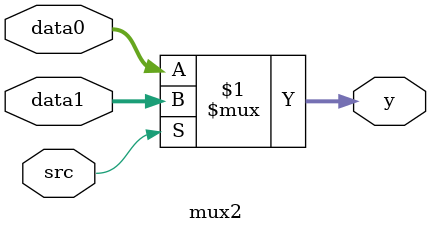
<source format=v>
module mux2 #	(parameter WIDTH = 8)
(
	input		[WIDTH-1:0]	data0, data1, 
	input		src, 
	output	[WIDTH-1:0]	y
);

assign y = src ? data1 : data0;

endmodule

</source>
